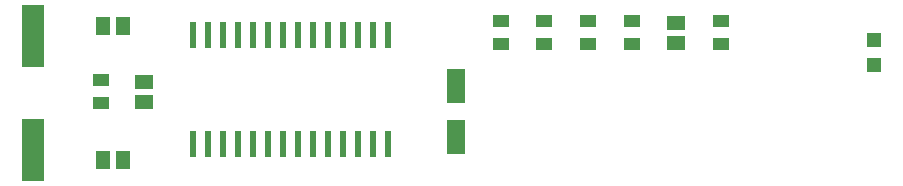
<source format=gtp>
G75*
%MOIN*%
%OFA0B0*%
%FSLAX25Y25*%
%IPPOS*%
%LPD*%
%AMOC8*
5,1,8,0,0,1.08239X$1,22.5*
%
%ADD10R,0.05906X0.05118*%
%ADD11R,0.05118X0.05906*%
%ADD12R,0.02362X0.08661*%
%ADD13R,0.07600X0.21000*%
%ADD14R,0.05512X0.04331*%
%ADD15R,0.06299X0.11811*%
%ADD16R,0.04724X0.04724*%
D10*
X0084142Y0102016D03*
X0084142Y0108709D03*
X0261583Y0121701D03*
X0261583Y0128394D03*
D11*
X0070520Y0082567D03*
X0077213Y0082567D03*
X0077213Y0127252D03*
X0070520Y0127252D03*
D12*
X0100579Y0124299D03*
X0105579Y0124299D03*
X0110579Y0124299D03*
X0115579Y0124299D03*
X0120579Y0124299D03*
X0125579Y0124299D03*
X0130579Y0124299D03*
X0135579Y0124299D03*
X0140579Y0124299D03*
X0145579Y0124299D03*
X0150579Y0124299D03*
X0155579Y0124299D03*
X0160579Y0124299D03*
X0165579Y0124299D03*
X0165579Y0088079D03*
X0160579Y0088079D03*
X0155579Y0088079D03*
X0150579Y0088079D03*
X0145579Y0088079D03*
X0140579Y0088079D03*
X0135579Y0088079D03*
X0130579Y0088079D03*
X0125579Y0088079D03*
X0120579Y0088079D03*
X0115579Y0088079D03*
X0110579Y0088079D03*
X0105579Y0088079D03*
X0100579Y0088079D03*
D13*
X0047134Y0085890D03*
X0047134Y0123890D03*
D14*
X0069693Y0109299D03*
X0069693Y0101425D03*
X0203276Y0121110D03*
X0203276Y0128984D03*
X0217646Y0128984D03*
X0217646Y0121110D03*
X0232016Y0121110D03*
X0232016Y0128984D03*
X0246780Y0128984D03*
X0246780Y0121110D03*
X0276425Y0121110D03*
X0276425Y0128984D03*
D15*
X0188039Y0107409D03*
X0188039Y0090087D03*
D16*
X0327606Y0114220D03*
X0327606Y0122488D03*
M02*

</source>
